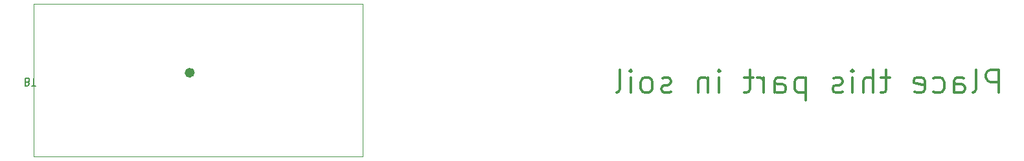
<source format=gbo>
%TF.GenerationSoftware,KiCad,Pcbnew,(6.0.4)*%
%TF.CreationDate,2023-01-03T21:15:19+00:00*%
%TF.ProjectId,soil-moisture-sensor,736f696c-2d6d-46f6-9973-747572652d73,%%version%%*%
%TF.SameCoordinates,Original*%
%TF.FileFunction,Legend,Bot*%
%TF.FilePolarity,Positive*%
%FSLAX46Y46*%
G04 Gerber Fmt 4.6, Leading zero omitted, Abs format (unit mm)*
G04 Created by KiCad (PCBNEW (6.0.4)) date 2023-01-03 21:15:19*
%MOMM*%
%LPD*%
G01*
G04 APERTURE LIST*
%ADD10C,0.650000*%
%ADD11C,0.300000*%
%ADD12C,0.150000*%
%ADD13C,0.120000*%
%ADD14R,1.700000X1.700000*%
%ADD15O,1.700000X1.700000*%
%ADD16C,3.200000*%
%ADD17C,3.500000*%
%ADD18C,3.000000*%
G04 APERTURE END LIST*
D10*
X118866228Y-113100000D02*
G75*
G03*
X118866228Y-113100000I-316228J0D01*
G01*
D11*
X224332141Y-115722142D02*
X224332141Y-112722142D01*
X223189284Y-112722142D01*
X222903570Y-112865000D01*
X222760713Y-113007857D01*
X222617856Y-113293571D01*
X222617856Y-113722142D01*
X222760713Y-114007857D01*
X222903570Y-114150714D01*
X223189284Y-114293571D01*
X224332141Y-114293571D01*
X220903570Y-115722142D02*
X221189284Y-115579285D01*
X221332141Y-115293571D01*
X221332141Y-112722142D01*
X218474999Y-115722142D02*
X218474999Y-114150714D01*
X218617856Y-113865000D01*
X218903570Y-113722142D01*
X219474999Y-113722142D01*
X219760713Y-113865000D01*
X218474999Y-115579285D02*
X218760713Y-115722142D01*
X219474999Y-115722142D01*
X219760713Y-115579285D01*
X219903570Y-115293571D01*
X219903570Y-115007857D01*
X219760713Y-114722142D01*
X219474999Y-114579285D01*
X218760713Y-114579285D01*
X218474999Y-114436428D01*
X215760713Y-115579285D02*
X216046427Y-115722142D01*
X216617856Y-115722142D01*
X216903570Y-115579285D01*
X217046427Y-115436428D01*
X217189284Y-115150714D01*
X217189284Y-114293571D01*
X217046427Y-114007857D01*
X216903570Y-113865000D01*
X216617856Y-113722142D01*
X216046427Y-113722142D01*
X215760713Y-113865000D01*
X213332141Y-115579285D02*
X213617856Y-115722142D01*
X214189284Y-115722142D01*
X214474999Y-115579285D01*
X214617856Y-115293571D01*
X214617856Y-114150714D01*
X214474999Y-113865000D01*
X214189284Y-113722142D01*
X213617856Y-113722142D01*
X213332141Y-113865000D01*
X213189284Y-114150714D01*
X213189284Y-114436428D01*
X214617856Y-114722142D01*
X210046427Y-113722142D02*
X208903570Y-113722142D01*
X209617856Y-112722142D02*
X209617856Y-115293571D01*
X209474999Y-115579285D01*
X209189284Y-115722142D01*
X208903570Y-115722142D01*
X207903570Y-115722142D02*
X207903570Y-112722142D01*
X206617856Y-115722142D02*
X206617856Y-114150714D01*
X206760713Y-113865000D01*
X207046427Y-113722142D01*
X207474999Y-113722142D01*
X207760713Y-113865000D01*
X207903570Y-114007857D01*
X205189284Y-115722142D02*
X205189284Y-113722142D01*
X205189284Y-112722142D02*
X205332141Y-112865000D01*
X205189284Y-113007857D01*
X205046427Y-112865000D01*
X205189284Y-112722142D01*
X205189284Y-113007857D01*
X203903570Y-115579285D02*
X203617856Y-115722142D01*
X203046427Y-115722142D01*
X202760713Y-115579285D01*
X202617856Y-115293571D01*
X202617856Y-115150714D01*
X202760713Y-114865000D01*
X203046427Y-114722142D01*
X203474999Y-114722142D01*
X203760713Y-114579285D01*
X203903570Y-114293571D01*
X203903570Y-114150714D01*
X203760713Y-113865000D01*
X203474999Y-113722142D01*
X203046427Y-113722142D01*
X202760713Y-113865000D01*
X199046427Y-113722142D02*
X199046427Y-116722142D01*
X199046427Y-113865000D02*
X198760713Y-113722142D01*
X198189284Y-113722142D01*
X197903570Y-113865000D01*
X197760713Y-114007857D01*
X197617856Y-114293571D01*
X197617856Y-115150714D01*
X197760713Y-115436428D01*
X197903570Y-115579285D01*
X198189284Y-115722142D01*
X198760713Y-115722142D01*
X199046427Y-115579285D01*
X195046427Y-115722142D02*
X195046427Y-114150714D01*
X195189284Y-113865000D01*
X195474999Y-113722142D01*
X196046427Y-113722142D01*
X196332141Y-113865000D01*
X195046427Y-115579285D02*
X195332141Y-115722142D01*
X196046427Y-115722142D01*
X196332141Y-115579285D01*
X196474999Y-115293571D01*
X196474999Y-115007857D01*
X196332141Y-114722142D01*
X196046427Y-114579285D01*
X195332141Y-114579285D01*
X195046427Y-114436428D01*
X193617856Y-115722142D02*
X193617856Y-113722142D01*
X193617856Y-114293571D02*
X193474999Y-114007857D01*
X193332141Y-113865000D01*
X193046427Y-113722142D01*
X192760713Y-113722142D01*
X192189284Y-113722142D02*
X191046427Y-113722142D01*
X191760713Y-112722142D02*
X191760713Y-115293571D01*
X191617856Y-115579285D01*
X191332141Y-115722142D01*
X191046427Y-115722142D01*
X187760713Y-115722142D02*
X187760713Y-113722142D01*
X187760713Y-112722142D02*
X187903570Y-112865000D01*
X187760713Y-113007857D01*
X187617856Y-112865000D01*
X187760713Y-112722142D01*
X187760713Y-113007857D01*
X186332141Y-113722142D02*
X186332141Y-115722142D01*
X186332141Y-114007857D02*
X186189284Y-113865000D01*
X185903570Y-113722142D01*
X185474999Y-113722142D01*
X185189284Y-113865000D01*
X185046427Y-114150714D01*
X185046427Y-115722142D01*
X181474999Y-115579285D02*
X181189284Y-115722142D01*
X180617856Y-115722142D01*
X180332141Y-115579285D01*
X180189284Y-115293571D01*
X180189284Y-115150714D01*
X180332141Y-114865000D01*
X180617856Y-114722142D01*
X181046427Y-114722142D01*
X181332141Y-114579285D01*
X181474999Y-114293571D01*
X181474999Y-114150714D01*
X181332141Y-113865000D01*
X181046427Y-113722142D01*
X180617856Y-113722142D01*
X180332141Y-113865000D01*
X178474999Y-115722142D02*
X178760713Y-115579285D01*
X178903570Y-115436428D01*
X179046427Y-115150714D01*
X179046427Y-114293571D01*
X178903570Y-114007857D01*
X178760713Y-113865000D01*
X178474999Y-113722142D01*
X178046427Y-113722142D01*
X177760713Y-113865000D01*
X177617856Y-114007857D01*
X177474999Y-114293571D01*
X177474999Y-115150714D01*
X177617856Y-115436428D01*
X177760713Y-115579285D01*
X178046427Y-115722142D01*
X178474999Y-115722142D01*
X176189284Y-115722142D02*
X176189284Y-113722142D01*
X176189284Y-112722142D02*
X176332141Y-112865000D01*
X176189284Y-113007857D01*
X176046427Y-112865000D01*
X176189284Y-112722142D01*
X176189284Y-113007857D01*
X174332141Y-115722142D02*
X174617856Y-115579285D01*
X174760713Y-115293571D01*
X174760713Y-112722142D01*
X224332141Y-115722142D02*
X224332141Y-112722142D01*
X223189284Y-112722142D01*
X222903570Y-112865000D01*
X222760713Y-113007857D01*
X222617856Y-113293571D01*
X222617856Y-113722142D01*
X222760713Y-114007857D01*
X222903570Y-114150714D01*
X223189284Y-114293571D01*
X224332141Y-114293571D01*
X220903570Y-115722142D02*
X221189284Y-115579285D01*
X221332141Y-115293571D01*
X221332141Y-112722142D01*
X218474999Y-115722142D02*
X218474999Y-114150714D01*
X218617856Y-113865000D01*
X218903570Y-113722142D01*
X219474999Y-113722142D01*
X219760713Y-113865000D01*
X218474999Y-115579285D02*
X218760713Y-115722142D01*
X219474999Y-115722142D01*
X219760713Y-115579285D01*
X219903570Y-115293571D01*
X219903570Y-115007857D01*
X219760713Y-114722142D01*
X219474999Y-114579285D01*
X218760713Y-114579285D01*
X218474999Y-114436428D01*
X215760713Y-115579285D02*
X216046427Y-115722142D01*
X216617856Y-115722142D01*
X216903570Y-115579285D01*
X217046427Y-115436428D01*
X217189284Y-115150714D01*
X217189284Y-114293571D01*
X217046427Y-114007857D01*
X216903570Y-113865000D01*
X216617856Y-113722142D01*
X216046427Y-113722142D01*
X215760713Y-113865000D01*
X213332141Y-115579285D02*
X213617856Y-115722142D01*
X214189284Y-115722142D01*
X214474999Y-115579285D01*
X214617856Y-115293571D01*
X214617856Y-114150714D01*
X214474999Y-113865000D01*
X214189284Y-113722142D01*
X213617856Y-113722142D01*
X213332141Y-113865000D01*
X213189284Y-114150714D01*
X213189284Y-114436428D01*
X214617856Y-114722142D01*
X210046427Y-113722142D02*
X208903570Y-113722142D01*
X209617856Y-112722142D02*
X209617856Y-115293571D01*
X209474999Y-115579285D01*
X209189284Y-115722142D01*
X208903570Y-115722142D01*
X207903570Y-115722142D02*
X207903570Y-112722142D01*
X206617856Y-115722142D02*
X206617856Y-114150714D01*
X206760713Y-113865000D01*
X207046427Y-113722142D01*
X207474999Y-113722142D01*
X207760713Y-113865000D01*
X207903570Y-114007857D01*
X205189284Y-115722142D02*
X205189284Y-113722142D01*
X205189284Y-112722142D02*
X205332141Y-112865000D01*
X205189284Y-113007857D01*
X205046427Y-112865000D01*
X205189284Y-112722142D01*
X205189284Y-113007857D01*
X203903570Y-115579285D02*
X203617856Y-115722142D01*
X203046427Y-115722142D01*
X202760713Y-115579285D01*
X202617856Y-115293571D01*
X202617856Y-115150714D01*
X202760713Y-114865000D01*
X203046427Y-114722142D01*
X203474999Y-114722142D01*
X203760713Y-114579285D01*
X203903570Y-114293571D01*
X203903570Y-114150714D01*
X203760713Y-113865000D01*
X203474999Y-113722142D01*
X203046427Y-113722142D01*
X202760713Y-113865000D01*
X199046427Y-113722142D02*
X199046427Y-116722142D01*
X199046427Y-113865000D02*
X198760713Y-113722142D01*
X198189284Y-113722142D01*
X197903570Y-113865000D01*
X197760713Y-114007857D01*
X197617856Y-114293571D01*
X197617856Y-115150714D01*
X197760713Y-115436428D01*
X197903570Y-115579285D01*
X198189284Y-115722142D01*
X198760713Y-115722142D01*
X199046427Y-115579285D01*
X195046427Y-115722142D02*
X195046427Y-114150714D01*
X195189284Y-113865000D01*
X195474999Y-113722142D01*
X196046427Y-113722142D01*
X196332141Y-113865000D01*
X195046427Y-115579285D02*
X195332141Y-115722142D01*
X196046427Y-115722142D01*
X196332141Y-115579285D01*
X196474999Y-115293571D01*
X196474999Y-115007857D01*
X196332141Y-114722142D01*
X196046427Y-114579285D01*
X195332141Y-114579285D01*
X195046427Y-114436428D01*
X193617856Y-115722142D02*
X193617856Y-113722142D01*
X193617856Y-114293571D02*
X193474999Y-114007857D01*
X193332141Y-113865000D01*
X193046427Y-113722142D01*
X192760713Y-113722142D01*
X192189284Y-113722142D02*
X191046427Y-113722142D01*
X191760713Y-112722142D02*
X191760713Y-115293571D01*
X191617856Y-115579285D01*
X191332141Y-115722142D01*
X191046427Y-115722142D01*
X187760713Y-115722142D02*
X187760713Y-113722142D01*
X187760713Y-112722142D02*
X187903570Y-112865000D01*
X187760713Y-113007857D01*
X187617856Y-112865000D01*
X187760713Y-112722142D01*
X187760713Y-113007857D01*
X186332141Y-113722142D02*
X186332141Y-115722142D01*
X186332141Y-114007857D02*
X186189284Y-113865000D01*
X185903570Y-113722142D01*
X185474999Y-113722142D01*
X185189284Y-113865000D01*
X185046427Y-114150714D01*
X185046427Y-115722142D01*
X181474999Y-115579285D02*
X181189284Y-115722142D01*
X180617856Y-115722142D01*
X180332141Y-115579285D01*
X180189284Y-115293571D01*
X180189284Y-115150714D01*
X180332141Y-114865000D01*
X180617856Y-114722142D01*
X181046427Y-114722142D01*
X181332141Y-114579285D01*
X181474999Y-114293571D01*
X181474999Y-114150714D01*
X181332141Y-113865000D01*
X181046427Y-113722142D01*
X180617856Y-113722142D01*
X180332141Y-113865000D01*
X178474999Y-115722142D02*
X178760713Y-115579285D01*
X178903570Y-115436428D01*
X179046427Y-115150714D01*
X179046427Y-114293571D01*
X178903570Y-114007857D01*
X178760713Y-113865000D01*
X178474999Y-113722142D01*
X178046427Y-113722142D01*
X177760713Y-113865000D01*
X177617856Y-114007857D01*
X177474999Y-114293571D01*
X177474999Y-115150714D01*
X177617856Y-115436428D01*
X177760713Y-115579285D01*
X178046427Y-115722142D01*
X178474999Y-115722142D01*
X176189284Y-115722142D02*
X176189284Y-113722142D01*
X176189284Y-112722142D02*
X176332141Y-112865000D01*
X176189284Y-113007857D01*
X176046427Y-112865000D01*
X176189284Y-112722142D01*
X176189284Y-113007857D01*
X174332141Y-115722142D02*
X174617856Y-115579285D01*
X174760713Y-115293571D01*
X174760713Y-112722142D01*
D12*
X97351785Y-114331428D02*
X97494642Y-114283809D01*
X97542261Y-114236190D01*
X97589880Y-114140952D01*
X97589880Y-113998095D01*
X97542261Y-113902857D01*
X97494642Y-113855238D01*
X97399404Y-113807619D01*
X97018452Y-113807619D01*
X97018452Y-114807619D01*
X97351785Y-114807619D01*
X97447023Y-114760000D01*
X97494642Y-114712380D01*
X97542261Y-114617142D01*
X97542261Y-114521904D01*
X97494642Y-114426666D01*
X97447023Y-114379047D01*
X97351785Y-114331428D01*
X97018452Y-114331428D01*
X97875595Y-114807619D02*
X98447023Y-114807619D01*
X98161309Y-113807619D02*
X98161309Y-114807619D01*
X99304166Y-113807619D02*
X98732738Y-113807619D01*
X99018452Y-113807619D02*
X99018452Y-114807619D01*
X98923214Y-114664761D01*
X98827976Y-114569523D01*
X98732738Y-114521904D01*
D13*
X98137500Y-104100000D02*
X141137500Y-104100000D01*
X141137500Y-104100000D02*
X141137500Y-124100000D01*
X141137500Y-124100000D02*
X98137500Y-124100000D01*
X98137500Y-124100000D02*
X98137500Y-104100000D01*
%LPC*%
D14*
X115160000Y-105300000D03*
D15*
X117700000Y-105300000D03*
X120240000Y-105300000D03*
X122780000Y-105300000D03*
D16*
X145600000Y-108800000D03*
X145600000Y-119600000D03*
D17*
X138287500Y-114100000D03*
X100287500Y-114100000D03*
D18*
X138287500Y-105900000D03*
M02*

</source>
